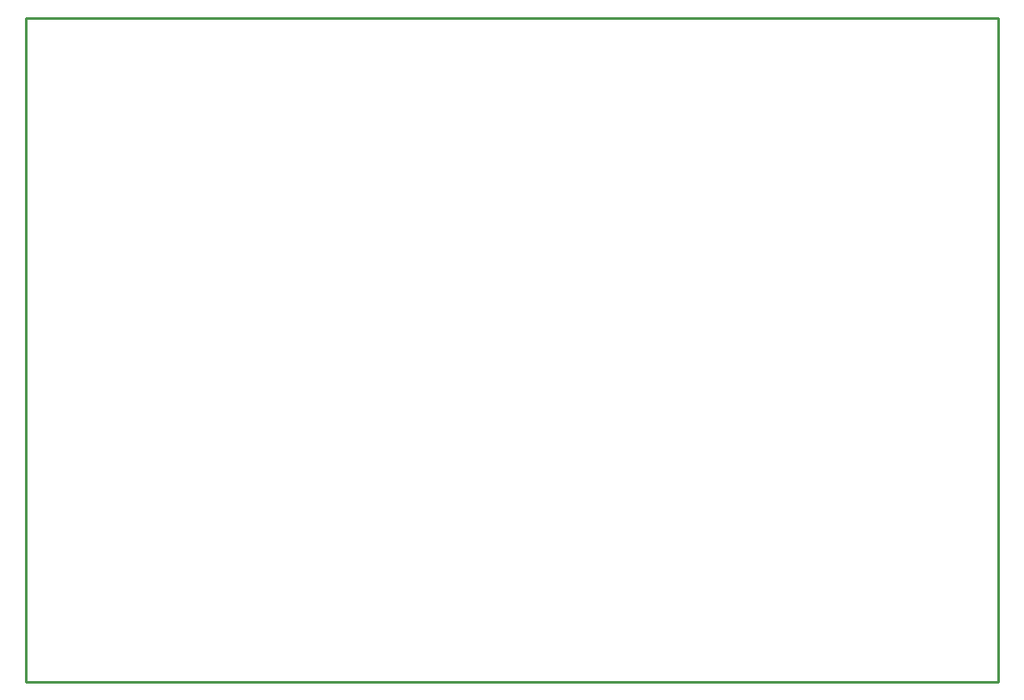
<source format=gko>
G04 Layer_Color=16711935*
%FSLAX25Y25*%
%MOIN*%
G70*
G01*
G75*
%ADD19C,0.01000*%
D19*
X324000Y155500D02*
Y412500D01*
X700500D01*
Y155500D02*
Y412500D01*
X324000Y155500D02*
X700500D01*
M02*

</source>
